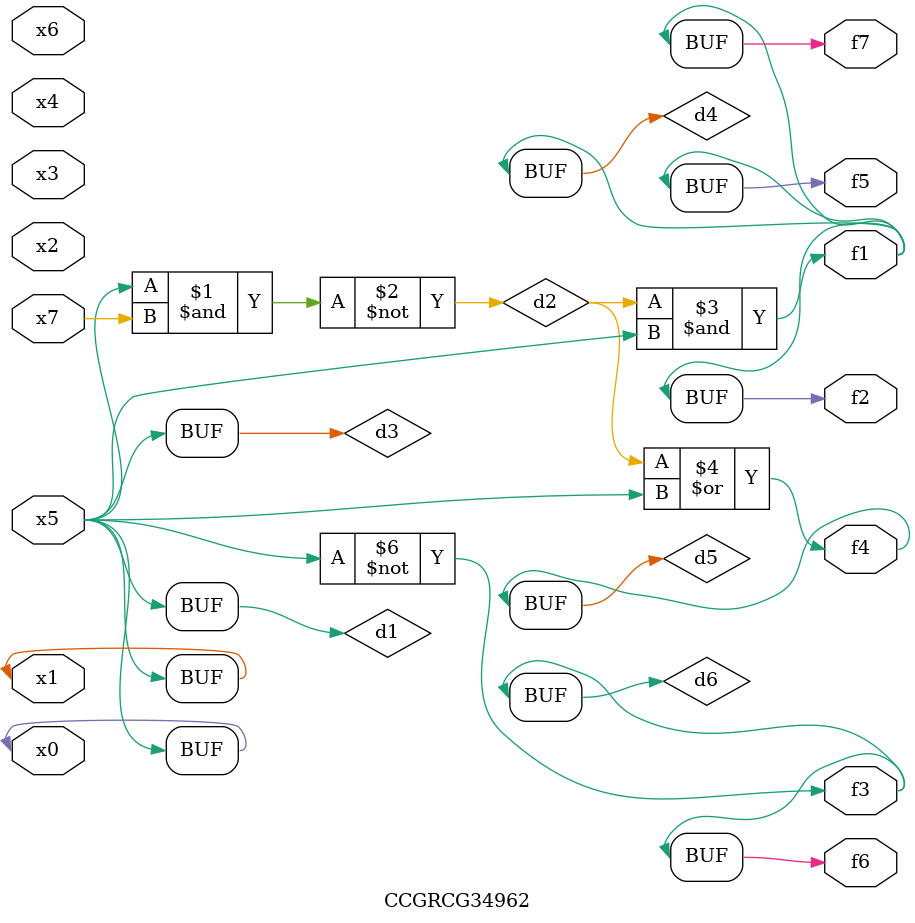
<source format=v>
module CCGRCG34962(
	input x0, x1, x2, x3, x4, x5, x6, x7,
	output f1, f2, f3, f4, f5, f6, f7
);

	wire d1, d2, d3, d4, d5, d6;

	buf (d1, x0, x5);
	nand (d2, x5, x7);
	buf (d3, x0, x1);
	and (d4, d2, d3);
	or (d5, d2, d3);
	nor (d6, d1, d3);
	assign f1 = d4;
	assign f2 = d4;
	assign f3 = d6;
	assign f4 = d5;
	assign f5 = d4;
	assign f6 = d6;
	assign f7 = d4;
endmodule

</source>
